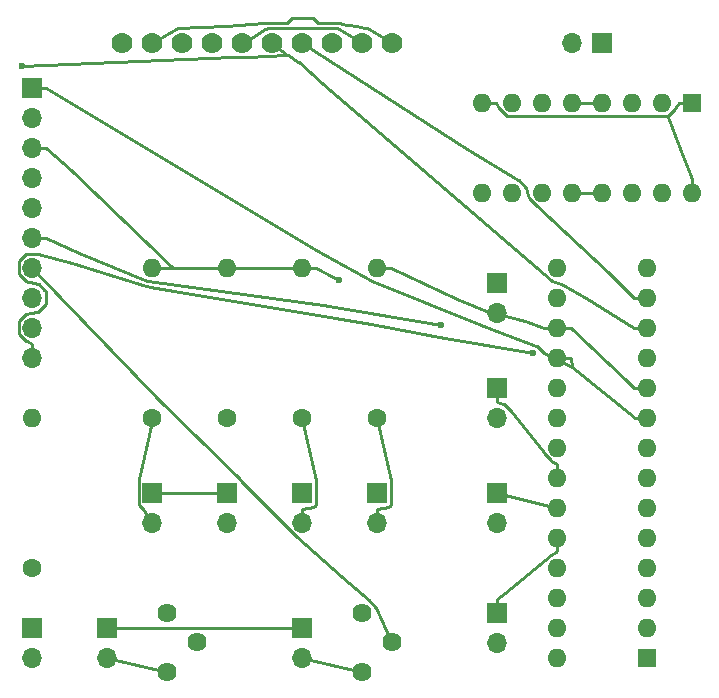
<source format=gbr>
G04 #@! TF.FileFunction,Copper,L2,Bot,Signal*
%FSLAX46Y46*%
G04 Gerber Fmt 4.6, Leading zero omitted, Abs format (unit mm)*
G04 Created by KiCad (PCBNEW 4.0.6) date Fri Jul  7 17:37:52 2017*
%MOMM*%
%LPD*%
G01*
G04 APERTURE LIST*
%ADD10C,0.100000*%
%ADD11C,1.778000*%
%ADD12R,1.700000X1.700000*%
%ADD13O,1.700000X1.700000*%
%ADD14C,1.600000*%
%ADD15O,1.600000X1.600000*%
%ADD16C,1.620000*%
%ADD17R,1.600000X1.600000*%
%ADD18C,0.600000*%
%ADD19C,0.250000*%
G04 APERTURE END LIST*
D10*
D11*
X45720000Y-15240000D03*
X43180000Y-15240000D03*
X40640000Y-15240000D03*
X38100000Y-15240000D03*
X35560000Y-15240000D03*
X33020000Y-15240000D03*
X30480000Y-15240000D03*
X27940000Y-15240000D03*
X25400000Y-15240000D03*
X22860000Y-15240000D03*
D12*
X15240000Y-19050000D03*
D13*
X15240000Y-21590000D03*
X15240000Y-24130000D03*
X15240000Y-26670000D03*
X15240000Y-29210000D03*
X15240000Y-31750000D03*
X15240000Y-34290000D03*
X15240000Y-36830000D03*
X15240000Y-39370000D03*
X15240000Y-41910000D03*
D12*
X15240000Y-64770000D03*
D13*
X15240000Y-67310000D03*
D12*
X63500000Y-15240000D03*
D13*
X60960000Y-15240000D03*
D12*
X21590000Y-64770000D03*
D13*
X21590000Y-67310000D03*
D12*
X38100000Y-64770000D03*
D13*
X38100000Y-67310000D03*
D14*
X44450000Y-46990000D03*
D15*
X44450000Y-34290000D03*
D14*
X38100000Y-46990000D03*
D15*
X38100000Y-34290000D03*
D14*
X31750000Y-46990000D03*
D15*
X31750000Y-34290000D03*
D14*
X25400000Y-46990000D03*
D15*
X25400000Y-34290000D03*
D14*
X15240000Y-59690000D03*
D15*
X15240000Y-46990000D03*
D16*
X26670000Y-68500000D03*
X29170000Y-66000000D03*
X26670000Y-63500000D03*
X43180000Y-68500000D03*
X45680000Y-66000000D03*
X43180000Y-63500000D03*
D12*
X44450000Y-53340000D03*
D13*
X44450000Y-55880000D03*
D12*
X38100000Y-53340000D03*
D13*
X38100000Y-55880000D03*
D12*
X31750000Y-53340000D03*
D13*
X31750000Y-55880000D03*
D12*
X25400000Y-53340000D03*
D13*
X25400000Y-55880000D03*
D12*
X54610000Y-35560000D03*
D13*
X54610000Y-38100000D03*
D12*
X54610000Y-44450000D03*
D13*
X54610000Y-46990000D03*
D12*
X54610000Y-53340000D03*
D13*
X54610000Y-55880000D03*
D12*
X54610000Y-63500000D03*
D13*
X54610000Y-66040000D03*
D17*
X71120000Y-20320000D03*
D15*
X53340000Y-27940000D03*
X68580000Y-20320000D03*
X55880000Y-27940000D03*
X66040000Y-20320000D03*
X58420000Y-27940000D03*
X63500000Y-20320000D03*
X60960000Y-27940000D03*
X60960000Y-20320000D03*
X63500000Y-27940000D03*
X58420000Y-20320000D03*
X66040000Y-27940000D03*
X55880000Y-20320000D03*
X68580000Y-27940000D03*
X53340000Y-20320000D03*
X71120000Y-27940000D03*
D17*
X67310000Y-67310000D03*
D15*
X59690000Y-34290000D03*
X67310000Y-64770000D03*
X59690000Y-36830000D03*
X67310000Y-62230000D03*
X59690000Y-39370000D03*
X67310000Y-59690000D03*
X59690000Y-41910000D03*
X67310000Y-57150000D03*
X59690000Y-44450000D03*
X67310000Y-54610000D03*
X59690000Y-46990000D03*
X67310000Y-52070000D03*
X59690000Y-49530000D03*
X67310000Y-49530000D03*
X59690000Y-52070000D03*
X67310000Y-46990000D03*
X59690000Y-54610000D03*
X67310000Y-44450000D03*
X59690000Y-57150000D03*
X67310000Y-41910000D03*
X59690000Y-59690000D03*
X67310000Y-39370000D03*
X59690000Y-62230000D03*
X67310000Y-36830000D03*
X59690000Y-64770000D03*
X67310000Y-34290000D03*
X59690000Y-67310000D03*
D18*
X41187700Y-35318600D03*
X14321600Y-17241300D03*
X49792700Y-39108900D03*
X57650800Y-41503200D03*
D19*
X63500000Y-27940000D02*
X60960000Y-27940000D01*
X44450000Y-34290000D02*
X45575300Y-34290000D01*
X15240000Y-24130000D02*
X16415300Y-24130000D01*
X38100000Y-64770000D02*
X21590000Y-64770000D01*
X27163200Y-34290000D02*
X31750000Y-34290000D01*
X31750000Y-34290000D02*
X38100000Y-34290000D01*
X51205300Y-36904300D02*
X54022400Y-38100000D01*
X45575300Y-34290000D02*
X51205300Y-36904300D01*
X42925200Y-15082300D02*
X43180000Y-15240000D01*
X41149600Y-14047000D02*
X42925200Y-15082300D01*
X41118800Y-14035400D02*
X41149600Y-14047000D01*
X41073900Y-14025700D02*
X41118800Y-14035400D01*
X35124000Y-14025700D02*
X41073900Y-14025700D01*
X35085600Y-14033300D02*
X35124000Y-14025700D01*
X35055000Y-14046000D02*
X35085600Y-14033300D01*
X34933800Y-14112700D02*
X35055000Y-14046000D01*
X33366200Y-15051400D02*
X34933800Y-14112700D01*
X33020000Y-15240000D02*
X33366200Y-15051400D01*
X40696900Y-35043600D02*
X39225300Y-34290000D01*
X41187700Y-35318600D02*
X40696900Y-35043600D01*
X38100000Y-34290000D02*
X39225300Y-34290000D01*
X18466900Y-25985200D02*
X16415300Y-24130000D01*
X27163200Y-34290000D02*
X18466900Y-25985200D01*
X27163200Y-34290000D02*
X26525300Y-34290000D01*
X25400000Y-34290000D02*
X26525300Y-34290000D01*
X65581300Y-43905600D02*
X60815300Y-39370000D01*
X66184700Y-44450000D02*
X65581300Y-43905600D01*
X56912800Y-38830100D02*
X58564700Y-39370000D01*
X54316200Y-38100000D02*
X56912800Y-38830100D01*
X54610000Y-38100000D02*
X54316200Y-38100000D01*
X54316200Y-38100000D02*
X54022400Y-38100000D01*
X59690000Y-39370000D02*
X58564700Y-39370000D01*
X67310000Y-44450000D02*
X66184700Y-44450000D01*
X59690000Y-39370000D02*
X60815300Y-39370000D01*
X62374700Y-20320000D02*
X60960000Y-20320000D01*
X63500000Y-20320000D02*
X62374700Y-20320000D01*
X67310000Y-46990000D02*
X66184700Y-46990000D01*
X59690000Y-41910000D02*
X60815300Y-41910000D01*
X15240000Y-19050000D02*
X16415300Y-19050000D01*
X60920200Y-42730200D02*
X60919600Y-42729800D01*
X66155500Y-46964900D02*
X60920200Y-42730200D01*
X66184700Y-46990000D02*
X66155500Y-46964900D01*
X60913300Y-42704800D02*
X60815300Y-41910000D01*
X60919600Y-42729700D02*
X60913300Y-42704800D01*
X60919600Y-42729800D02*
X60919600Y-42729700D01*
X39257600Y-32784700D02*
X16415300Y-19050000D01*
X43966800Y-35388400D02*
X39257600Y-32784700D01*
X53625000Y-39340400D02*
X43966800Y-35388400D01*
X57878100Y-40884900D02*
X53625000Y-39340400D01*
X57924200Y-40904000D02*
X57878100Y-40884900D01*
X57959900Y-40927900D02*
X57924200Y-40904000D01*
X58051300Y-41019300D02*
X57959900Y-40927900D01*
X58564100Y-41508700D02*
X58051300Y-41019300D01*
X60919600Y-42729800D02*
X58564100Y-41508700D01*
X25400000Y-53340000D02*
X31750000Y-53340000D01*
X69053200Y-21516500D02*
X69026500Y-21433400D01*
X69944200Y-23954300D02*
X69053200Y-21516500D01*
X71120000Y-26814700D02*
X69944200Y-23954300D01*
X69049100Y-21424000D02*
X69026500Y-21433400D01*
X69088300Y-21403000D02*
X69049100Y-21424000D01*
X69247000Y-21252000D02*
X69088300Y-21403000D01*
X69655800Y-20835500D02*
X69247000Y-21252000D01*
X69736700Y-20719200D02*
X69655800Y-20835500D01*
X69994700Y-20320000D02*
X69736700Y-20719200D01*
X54760800Y-20777300D02*
X54465300Y-20320000D01*
X54783400Y-20809800D02*
X54760800Y-20777300D01*
X54816300Y-20850800D02*
X54783400Y-20809800D01*
X55165700Y-21206700D02*
X54816300Y-20850800D01*
X55365700Y-21397100D02*
X55165700Y-21206700D01*
X55392100Y-21416200D02*
X55365700Y-21397100D01*
X55448200Y-21439400D02*
X55392100Y-21416200D01*
X55477600Y-21445300D02*
X55448200Y-21439400D01*
X68970300Y-21445300D02*
X55477600Y-21445300D01*
X69003200Y-21440400D02*
X68970300Y-21445300D01*
X69026500Y-21433400D02*
X69003200Y-21440400D01*
X71120000Y-20320000D02*
X69994700Y-20320000D01*
X53340000Y-20320000D02*
X54465300Y-20320000D01*
X71120000Y-27940000D02*
X71120000Y-26814700D01*
X52028300Y-24205200D02*
X38100000Y-15240000D01*
X56361200Y-26841500D02*
X52028300Y-24205200D01*
X56396700Y-26865200D02*
X56361200Y-26841500D01*
X56955300Y-27423800D02*
X56396700Y-26865200D01*
X56979200Y-27459500D02*
X56955300Y-27423800D01*
X56992300Y-27491200D02*
X56979200Y-27459500D01*
X57106700Y-27844700D02*
X56992300Y-27491200D01*
X57305500Y-28388500D02*
X57106700Y-27844700D01*
X57331000Y-28439000D02*
X57305500Y-28388500D01*
X57370700Y-28486200D02*
X57331000Y-28439000D01*
X57902200Y-29014200D02*
X57370700Y-28486200D01*
X64057800Y-34740400D02*
X57902200Y-29014200D01*
X66184700Y-36830000D02*
X64057800Y-34740400D01*
X67310000Y-36830000D02*
X66184700Y-36830000D01*
X34904300Y-16331200D02*
X36796400Y-16247500D01*
X33550300Y-16442600D02*
X34904300Y-16331200D01*
X33453700Y-16454300D02*
X33550300Y-16442600D01*
X32119600Y-16454300D02*
X33453700Y-16454300D01*
X14321600Y-17241300D02*
X32119600Y-16454300D01*
X67310000Y-39370000D02*
X66184700Y-39370000D01*
X36796400Y-16247500D02*
X35560000Y-15240000D01*
X36796500Y-16247500D02*
X36796400Y-16247500D01*
X36844400Y-16280200D02*
X36796500Y-16247500D01*
X37732800Y-16831700D02*
X36844400Y-16280200D01*
X37791800Y-16874600D02*
X37732800Y-16831700D01*
X39842900Y-18774700D02*
X37791800Y-16874600D01*
X59176500Y-35368100D02*
X39842900Y-18774700D01*
X59213800Y-35393000D02*
X59176500Y-35368100D01*
X59267400Y-35415200D02*
X59213800Y-35393000D01*
X59961100Y-35648900D02*
X59267400Y-35415200D01*
X60156100Y-35723500D02*
X59961100Y-35648900D01*
X62105600Y-36842200D02*
X60156100Y-35723500D01*
X66184700Y-39370000D02*
X62105600Y-36842200D01*
X39865400Y-37446600D02*
X49792700Y-39108900D01*
X25016500Y-35415300D02*
X39865400Y-37446600D01*
X24991100Y-35415300D02*
X25016500Y-35415300D01*
X24935600Y-35398500D02*
X24991100Y-35415300D01*
X19149300Y-33001900D02*
X24935600Y-35398500D01*
X16415300Y-31750000D02*
X19149300Y-33001900D01*
X15240000Y-31750000D02*
X16415300Y-31750000D01*
X25955100Y-45452200D02*
X15240000Y-34290000D01*
X32770900Y-52200800D02*
X25955100Y-45452200D01*
X32924800Y-52354700D02*
X32770900Y-52200800D01*
X34045700Y-53522300D02*
X32924800Y-52354700D01*
X37474100Y-56921800D02*
X34045700Y-53522300D01*
X37591400Y-57032500D02*
X37474100Y-56921800D01*
X41443300Y-60488300D02*
X37591400Y-57032500D01*
X43698700Y-62413000D02*
X41443300Y-60488300D01*
X44265600Y-62979900D02*
X43698700Y-62413000D01*
X44284200Y-63008000D02*
X44265600Y-62979900D01*
X44332900Y-63100800D02*
X44284200Y-63008000D01*
X44423600Y-63285200D02*
X44332900Y-63100800D01*
X45530600Y-65694400D02*
X44423600Y-63285200D01*
X45680000Y-66000000D02*
X45530600Y-65694400D01*
X15240000Y-41910000D02*
X15240000Y-40734700D01*
X14764600Y-40534600D02*
X15240000Y-40734700D01*
X14719400Y-40508000D02*
X14764600Y-40534600D01*
X14702500Y-40495000D02*
X14719400Y-40508000D01*
X14125900Y-39921400D02*
X14702500Y-40495000D01*
X14101000Y-39889400D02*
X14125900Y-39921400D01*
X14085600Y-39863400D02*
X14101000Y-39889400D01*
X14072300Y-39831300D02*
X14085600Y-39863400D01*
X14064700Y-39793100D02*
X14072300Y-39831300D01*
X14064700Y-38953400D02*
X14064700Y-39793100D01*
X14074900Y-38902200D02*
X14064700Y-38953400D01*
X14087900Y-38870700D02*
X14074900Y-38902200D01*
X14109800Y-38838000D02*
X14087900Y-38870700D01*
X14703200Y-38244600D02*
X14109800Y-38838000D01*
X14747000Y-38215300D02*
X14703200Y-38244600D01*
X14778200Y-38202400D02*
X14747000Y-38215300D01*
X14998700Y-38158500D02*
X14778200Y-38202400D01*
X15703200Y-37996100D02*
X14998700Y-38158500D01*
X15757900Y-37970600D02*
X15703200Y-37996100D01*
X15774700Y-37957600D02*
X15757900Y-37970600D01*
X15942200Y-37796800D02*
X15774700Y-37957600D01*
X16359800Y-37373200D02*
X15942200Y-37796800D01*
X16387700Y-37335200D02*
X16359800Y-37373200D01*
X16399200Y-37314800D02*
X16387700Y-37335200D01*
X16406600Y-37292900D02*
X16399200Y-37314800D01*
X16415400Y-37248100D02*
X16406600Y-37292900D01*
X16420200Y-36683300D02*
X16415400Y-37248100D01*
X16416400Y-36427600D02*
X16420200Y-36683300D01*
X16412100Y-36388300D02*
X16416400Y-36427600D01*
X16396200Y-36341700D02*
X16412100Y-36388300D01*
X16385400Y-36320600D02*
X16396200Y-36341700D01*
X16366400Y-36294000D02*
X16385400Y-36320600D01*
X16255300Y-36178200D02*
X16366400Y-36294000D01*
X15779000Y-35706700D02*
X16255300Y-36178200D01*
X15736600Y-35677400D02*
X15779000Y-35706700D01*
X15710900Y-35666400D02*
X15736600Y-35677400D01*
X15031200Y-35509800D02*
X15710900Y-35666400D01*
X14782500Y-35459000D02*
X15031200Y-35509800D01*
X14740400Y-35441600D02*
X14782500Y-35459000D01*
X14707000Y-35419200D02*
X14740400Y-35441600D01*
X14114600Y-34826800D02*
X14707000Y-35419200D01*
X14085300Y-34783000D02*
X14114600Y-34826800D01*
X14072400Y-34751800D02*
X14085300Y-34783000D01*
X14064700Y-34713100D02*
X14072400Y-34751800D01*
X14064700Y-33876700D02*
X14064700Y-34713100D01*
X14069000Y-33847800D02*
X14064700Y-33876700D01*
X14082100Y-33804400D02*
X14069000Y-33847800D01*
X14087800Y-33790800D02*
X14082100Y-33804400D01*
X14109600Y-33758200D02*
X14087800Y-33790800D01*
X14709600Y-33158200D02*
X14109600Y-33758200D01*
X14735400Y-33140900D02*
X14709600Y-33158200D01*
X14779200Y-33122800D02*
X14735400Y-33140900D01*
X14819800Y-33114700D02*
X14779200Y-33122800D01*
X15650900Y-33114700D02*
X14819800Y-33114700D01*
X15666100Y-33115900D02*
X15650900Y-33114700D01*
X15741500Y-33133800D02*
X15666100Y-33115900D01*
X18556800Y-33897100D02*
X15741500Y-33133800D01*
X24837300Y-35841500D02*
X18556800Y-33897100D01*
X24886800Y-35855700D02*
X24837300Y-35841500D01*
X24977500Y-35876200D02*
X24886800Y-35855700D01*
X25162400Y-35912600D02*
X24977500Y-35876200D01*
X43928900Y-39062600D02*
X25162400Y-35912600D01*
X49616500Y-40158700D02*
X43928900Y-39062600D01*
X57650800Y-41503200D02*
X49616500Y-40158700D01*
X26670000Y-68500000D02*
X21590000Y-67310000D01*
X43180000Y-68500000D02*
X38100000Y-67310000D01*
X45401300Y-54507900D02*
X44450000Y-54704700D01*
X45436800Y-54495000D02*
X45401300Y-54507900D01*
X45464500Y-54481100D02*
X45436800Y-54495000D01*
X45503400Y-54449200D02*
X45464500Y-54481100D01*
X45576500Y-54374200D02*
X45503400Y-54449200D01*
X45598500Y-54341300D02*
X45576500Y-54374200D01*
X45616800Y-54297000D02*
X45598500Y-54341300D01*
X45625300Y-54254400D02*
X45616800Y-54297000D01*
X45625300Y-52424000D02*
X45625300Y-54254400D01*
X45597900Y-52286200D02*
X45625300Y-52424000D01*
X44771900Y-48607200D02*
X45597900Y-52286200D01*
X44450000Y-46990000D02*
X44771900Y-48607200D01*
X44450000Y-55880000D02*
X44450000Y-54704700D01*
X39051300Y-54507900D02*
X38100000Y-54704700D01*
X39086800Y-54495000D02*
X39051300Y-54507900D01*
X39114500Y-54481100D02*
X39086800Y-54495000D01*
X39153400Y-54449200D02*
X39114500Y-54481100D01*
X39226500Y-54374200D02*
X39153400Y-54449200D01*
X39248500Y-54341300D02*
X39226500Y-54374200D01*
X39266800Y-54297000D02*
X39248500Y-54341300D01*
X39275300Y-54254400D02*
X39266800Y-54297000D01*
X39275300Y-52424000D02*
X39275300Y-54254400D01*
X39247900Y-52286200D02*
X39275300Y-52424000D01*
X38421900Y-48607200D02*
X39247900Y-52286200D01*
X38100000Y-46990000D02*
X38421900Y-48607200D01*
X38100000Y-55880000D02*
X38100000Y-54704700D01*
X26411300Y-14666900D02*
X25400000Y-15240000D01*
X27420400Y-14051200D02*
X26411300Y-14666900D01*
X27461000Y-14034400D02*
X27420400Y-14051200D01*
X27504600Y-14025700D02*
X27461000Y-14034400D01*
X31621700Y-13817300D02*
X27504600Y-14025700D01*
X34854400Y-13591400D02*
X31621700Y-13817300D01*
X34870400Y-13575400D02*
X34854400Y-13591400D01*
X35084100Y-13575400D02*
X34870400Y-13575400D01*
X36773500Y-13575400D02*
X35084100Y-13575400D01*
X36960100Y-13388800D02*
X36773500Y-13575400D01*
X37223800Y-13125100D02*
X36960100Y-13388800D01*
X37597000Y-13125100D02*
X37223800Y-13125100D01*
X37970200Y-13125100D02*
X37597000Y-13125100D01*
X38603100Y-13125100D02*
X37970200Y-13125100D01*
X38976300Y-13125100D02*
X38603100Y-13125100D01*
X39240000Y-13388800D02*
X38976300Y-13125100D01*
X39418800Y-13567600D02*
X39240000Y-13388800D01*
X39522000Y-13567600D02*
X39418800Y-13567600D01*
X39529800Y-13575400D02*
X39522000Y-13567600D01*
X41140600Y-13575400D02*
X39529800Y-13575400D01*
X41329700Y-13575400D02*
X41140600Y-13575400D01*
X41369400Y-13615100D02*
X41329700Y-13575400D01*
X42614200Y-13831200D02*
X41369400Y-13615100D01*
X43425100Y-13992600D02*
X42614200Y-13831200D01*
X43610400Y-14024800D02*
X43425100Y-13992600D01*
X43659300Y-14034500D02*
X43610400Y-14024800D01*
X43677000Y-14041900D02*
X43659300Y-14034500D01*
X43743000Y-14077100D02*
X43677000Y-14041900D01*
X45037600Y-14853300D02*
X43743000Y-14077100D01*
X45720000Y-15240000D02*
X45037600Y-14853300D01*
X24573400Y-54753600D02*
X25400000Y-55880000D01*
X24271100Y-54371300D02*
X24573400Y-54753600D01*
X24251800Y-54342500D02*
X24271100Y-54371300D01*
X24233200Y-54297400D02*
X24251800Y-54342500D01*
X24224700Y-54254900D02*
X24233200Y-54297400D01*
X24224700Y-52416300D02*
X24224700Y-54254900D01*
X24266500Y-52178800D02*
X24224700Y-52416300D01*
X25082300Y-48485500D02*
X24266500Y-52178800D01*
X25338100Y-47249300D02*
X25082300Y-48485500D01*
X25400000Y-46990000D02*
X25338100Y-47249300D01*
X54823800Y-45712400D02*
X54610000Y-45625300D01*
X55104900Y-45836800D02*
X54823800Y-45712400D01*
X55148800Y-45866000D02*
X55104900Y-45836800D01*
X55645500Y-46359500D02*
X55148800Y-45866000D01*
X55734600Y-46453200D02*
X55645500Y-46359500D01*
X58437100Y-49813500D02*
X55734600Y-46453200D01*
X58611200Y-50042900D02*
X58437100Y-49813500D01*
X58977600Y-50419100D02*
X58611200Y-50042900D01*
X59113000Y-50549900D02*
X58977600Y-50419100D01*
X59180500Y-50611100D02*
X59113000Y-50549900D01*
X59626600Y-50905600D02*
X59180500Y-50611100D01*
X59690000Y-50944700D02*
X59626600Y-50905600D01*
X59690000Y-52070000D02*
X59690000Y-50944700D01*
X54610000Y-44450000D02*
X54610000Y-45625300D01*
X59690000Y-54610000D02*
X54610000Y-53340000D01*
X55255000Y-61822800D02*
X54610000Y-62324700D01*
X59173900Y-58613800D02*
X55255000Y-61822800D01*
X59548400Y-58364100D02*
X59173900Y-58613800D01*
X59690000Y-58275300D02*
X59548400Y-58364100D01*
X59690000Y-57150000D02*
X59690000Y-58275300D01*
X54610000Y-63500000D02*
X54610000Y-62324700D01*
M02*

</source>
